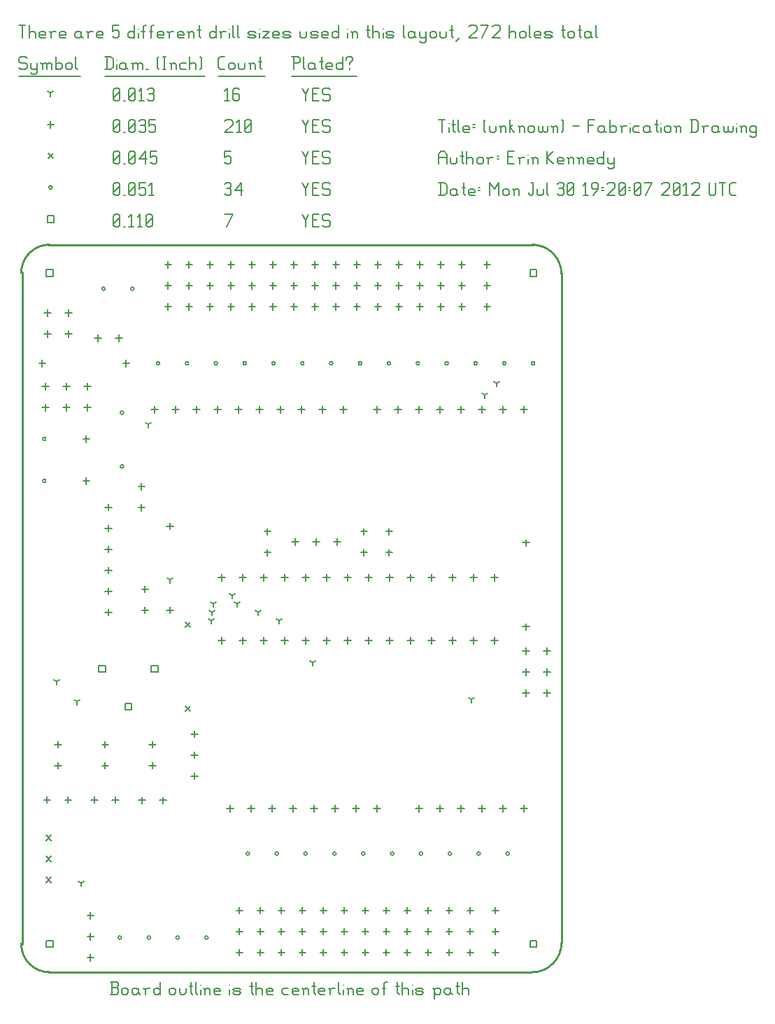
<source format=gbr>
G04 start of page 10 for group -3984 idx -3984 *
G04 Title: (unknown), fab *
G04 Creator: pcb 20110918 *
G04 CreationDate: Mon Jul 30 19:20:07 2012 UTC *
G04 For: frankenteddy *
G04 Format: Gerber/RS-274X *
G04 PCB-Dimensions: 259500 348500 *
G04 PCB-Coordinate-Origin: lower left *
%MOIN*%
%FSLAX25Y25*%
%LNFAB*%
%ADD79C,0.0100*%
%ADD78C,0.0075*%
%ADD77C,0.0060*%
%ADD76C,0.0080*%
G54D76*X62900Y147100D02*X66100D01*
X62900D02*Y143900D01*
X66100D01*
Y147100D02*Y143900D01*
X37900Y147100D02*X41100D01*
X37900D02*Y143900D01*
X41100D01*
Y147100D02*Y143900D01*
X50400Y129100D02*X53600D01*
X50400D02*Y125900D01*
X53600D01*
Y129100D02*Y125900D01*
X12900Y16100D02*X16100D01*
X12900D02*Y12900D01*
X16100D01*
Y16100D02*Y12900D01*
X243400Y16100D02*X246600D01*
X243400D02*Y12900D01*
X246600D01*
Y16100D02*Y12900D01*
X243400Y335600D02*X246600D01*
X243400D02*Y332400D01*
X246600D01*
Y335600D02*Y332400D01*
X12900Y335600D02*X16100D01*
X12900D02*Y332400D01*
X16100D01*
Y335600D02*Y332400D01*
X13400Y361350D02*X16600D01*
X13400D02*Y358150D01*
X16600D01*
Y361350D02*Y358150D01*
G54D77*X135000Y362000D02*X136500Y359000D01*
X138000Y362000D01*
X136500Y359000D02*Y356000D01*
X139800Y359300D02*X142050D01*
X139800Y356000D02*X142800D01*
X139800Y362000D02*Y356000D01*
Y362000D02*X142800D01*
X147600D02*X148350Y361250D01*
X145350Y362000D02*X147600D01*
X144600Y361250D02*X145350Y362000D01*
X144600Y361250D02*Y359750D01*
X145350Y359000D01*
X147600D01*
X148350Y358250D01*
Y356750D01*
X147600Y356000D02*X148350Y356750D01*
X145350Y356000D02*X147600D01*
X144600Y356750D02*X145350Y356000D01*
X98750D02*X101750Y362000D01*
X98000D02*X101750D01*
X45000Y356750D02*X45750Y356000D01*
X45000Y361250D02*Y356750D01*
Y361250D02*X45750Y362000D01*
X47250D01*
X48000Y361250D01*
Y356750D01*
X47250Y356000D02*X48000Y356750D01*
X45750Y356000D02*X47250D01*
X45000Y357500D02*X48000Y360500D01*
X49800Y356000D02*X50550D01*
X52350Y360800D02*X53550Y362000D01*
Y356000D01*
X52350D02*X54600D01*
X56400Y360800D02*X57600Y362000D01*
Y356000D01*
X56400D02*X58650D01*
X60450Y356750D02*X61200Y356000D01*
X60450Y361250D02*Y356750D01*
Y361250D02*X61200Y362000D01*
X62700D01*
X63450Y361250D01*
Y356750D01*
X62700Y356000D02*X63450Y356750D01*
X61200Y356000D02*X62700D01*
X60450Y357500D02*X63450Y360500D01*
X11200Y255000D02*G75*G03X12800Y255000I800J0D01*G01*
G75*G03X11200Y255000I-800J0D01*G01*
Y235000D02*G75*G03X12800Y235000I800J0D01*G01*
G75*G03X11200Y235000I-800J0D01*G01*
X48200Y267500D02*G75*G03X49800Y267500I800J0D01*G01*
G75*G03X48200Y267500I-800J0D01*G01*
Y241900D02*G75*G03X49800Y241900I800J0D01*G01*
G75*G03X48200Y241900I-800J0D01*G01*
X53200Y326500D02*G75*G03X54800Y326500I800J0D01*G01*
G75*G03X53200Y326500I-800J0D01*G01*
X39420D02*G75*G03X41020Y326500I800J0D01*G01*
G75*G03X39420Y326500I-800J0D01*G01*
X79200Y291000D02*G75*G03X80800Y291000I800J0D01*G01*
G75*G03X79200Y291000I-800J0D01*G01*
X65420D02*G75*G03X67020Y291000I800J0D01*G01*
G75*G03X65420Y291000I-800J0D01*G01*
X106700D02*G75*G03X108300Y291000I800J0D01*G01*
G75*G03X106700Y291000I-800J0D01*G01*
X92920D02*G75*G03X94520Y291000I800J0D01*G01*
G75*G03X92920Y291000I-800J0D01*G01*
X134200D02*G75*G03X135800Y291000I800J0D01*G01*
G75*G03X134200Y291000I-800J0D01*G01*
X120420D02*G75*G03X122020Y291000I800J0D01*G01*
G75*G03X120420Y291000I-800J0D01*G01*
X161700D02*G75*G03X163300Y291000I800J0D01*G01*
G75*G03X161700Y291000I-800J0D01*G01*
X147920D02*G75*G03X149520Y291000I800J0D01*G01*
G75*G03X147920Y291000I-800J0D01*G01*
X189200D02*G75*G03X190800Y291000I800J0D01*G01*
G75*G03X189200Y291000I-800J0D01*G01*
X175420D02*G75*G03X177020Y291000I800J0D01*G01*
G75*G03X175420Y291000I-800J0D01*G01*
X190700Y57500D02*G75*G03X192300Y57500I800J0D01*G01*
G75*G03X190700Y57500I-800J0D01*G01*
X204480D02*G75*G03X206080Y57500I800J0D01*G01*
G75*G03X204480Y57500I-800J0D01*G01*
X163200D02*G75*G03X164800Y57500I800J0D01*G01*
G75*G03X163200Y57500I-800J0D01*G01*
X176980D02*G75*G03X178580Y57500I800J0D01*G01*
G75*G03X176980Y57500I-800J0D01*G01*
X135700D02*G75*G03X137300Y57500I800J0D01*G01*
G75*G03X135700Y57500I-800J0D01*G01*
X149480D02*G75*G03X151080Y57500I800J0D01*G01*
G75*G03X149480Y57500I-800J0D01*G01*
X218200D02*G75*G03X219800Y57500I800J0D01*G01*
G75*G03X218200Y57500I-800J0D01*G01*
X231980D02*G75*G03X233580Y57500I800J0D01*G01*
G75*G03X231980Y57500I-800J0D01*G01*
X216680Y291000D02*G75*G03X218280Y291000I800J0D01*G01*
G75*G03X216680Y291000I-800J0D01*G01*
X202900D02*G75*G03X204500Y291000I800J0D01*G01*
G75*G03X202900Y291000I-800J0D01*G01*
X244180D02*G75*G03X245780Y291000I800J0D01*G01*
G75*G03X244180Y291000I-800J0D01*G01*
X230400D02*G75*G03X232000Y291000I800J0D01*G01*
G75*G03X230400Y291000I-800J0D01*G01*
X47200Y17500D02*G75*G03X48800Y17500I800J0D01*G01*
G75*G03X47200Y17500I-800J0D01*G01*
X60980D02*G75*G03X62580Y17500I800J0D01*G01*
G75*G03X60980Y17500I-800J0D01*G01*
X74700D02*G75*G03X76300Y17500I800J0D01*G01*
G75*G03X74700Y17500I-800J0D01*G01*
X88480D02*G75*G03X90080Y17500I800J0D01*G01*
G75*G03X88480Y17500I-800J0D01*G01*
X108200Y57500D02*G75*G03X109800Y57500I800J0D01*G01*
G75*G03X108200Y57500I-800J0D01*G01*
X121980D02*G75*G03X123580Y57500I800J0D01*G01*
G75*G03X121980Y57500I-800J0D01*G01*
X14200Y374750D02*G75*G03X15800Y374750I800J0D01*G01*
G75*G03X14200Y374750I-800J0D01*G01*
X135000Y377000D02*X136500Y374000D01*
X138000Y377000D01*
X136500Y374000D02*Y371000D01*
X139800Y374300D02*X142050D01*
X139800Y371000D02*X142800D01*
X139800Y377000D02*Y371000D01*
Y377000D02*X142800D01*
X147600D02*X148350Y376250D01*
X145350Y377000D02*X147600D01*
X144600Y376250D02*X145350Y377000D01*
X144600Y376250D02*Y374750D01*
X145350Y374000D01*
X147600D01*
X148350Y373250D01*
Y371750D01*
X147600Y371000D02*X148350Y371750D01*
X145350Y371000D02*X147600D01*
X144600Y371750D02*X145350Y371000D01*
X98000Y376250D02*X98750Y377000D01*
X100250D01*
X101000Y376250D01*
X100250Y371000D02*X101000Y371750D01*
X98750Y371000D02*X100250D01*
X98000Y371750D02*X98750Y371000D01*
Y374300D02*X100250D01*
X101000Y376250D02*Y375050D01*
Y373550D02*Y371750D01*
Y373550D02*X100250Y374300D01*
X101000Y375050D02*X100250Y374300D01*
X102800Y373250D02*X105800Y377000D01*
X102800Y373250D02*X106550D01*
X105800Y377000D02*Y371000D01*
X45000Y371750D02*X45750Y371000D01*
X45000Y376250D02*Y371750D01*
Y376250D02*X45750Y377000D01*
X47250D01*
X48000Y376250D01*
Y371750D01*
X47250Y371000D02*X48000Y371750D01*
X45750Y371000D02*X47250D01*
X45000Y372500D02*X48000Y375500D01*
X49800Y371000D02*X50550D01*
X52350Y371750D02*X53100Y371000D01*
X52350Y376250D02*Y371750D01*
Y376250D02*X53100Y377000D01*
X54600D01*
X55350Y376250D01*
Y371750D01*
X54600Y371000D02*X55350Y371750D01*
X53100Y371000D02*X54600D01*
X52350Y372500D02*X55350Y375500D01*
X57150Y377000D02*X60150D01*
X57150D02*Y374000D01*
X57900Y374750D01*
X59400D01*
X60150Y374000D01*
Y371750D01*
X59400Y371000D02*X60150Y371750D01*
X57900Y371000D02*X59400D01*
X57150Y371750D02*X57900Y371000D01*
X61950Y375800D02*X63150Y377000D01*
Y371000D01*
X61950D02*X64200D01*
X79300Y167700D02*X81700Y165300D01*
X79300D02*X81700Y167700D01*
X79300Y127700D02*X81700Y125300D01*
X79300D02*X81700Y127700D01*
X12800Y66200D02*X15200Y63800D01*
X12800D02*X15200Y66200D01*
X12800Y46200D02*X15200Y43800D01*
X12800D02*X15200Y46200D01*
X12800Y56200D02*X15200Y53800D01*
X12800D02*X15200Y56200D01*
X13800Y390950D02*X16200Y388550D01*
X13800D02*X16200Y390950D01*
X135000Y392000D02*X136500Y389000D01*
X138000Y392000D01*
X136500Y389000D02*Y386000D01*
X139800Y389300D02*X142050D01*
X139800Y386000D02*X142800D01*
X139800Y392000D02*Y386000D01*
Y392000D02*X142800D01*
X147600D02*X148350Y391250D01*
X145350Y392000D02*X147600D01*
X144600Y391250D02*X145350Y392000D01*
X144600Y391250D02*Y389750D01*
X145350Y389000D01*
X147600D01*
X148350Y388250D01*
Y386750D01*
X147600Y386000D02*X148350Y386750D01*
X145350Y386000D02*X147600D01*
X144600Y386750D02*X145350Y386000D01*
X98000Y392000D02*X101000D01*
X98000D02*Y389000D01*
X98750Y389750D01*
X100250D01*
X101000Y389000D01*
Y386750D01*
X100250Y386000D02*X101000Y386750D01*
X98750Y386000D02*X100250D01*
X98000Y386750D02*X98750Y386000D01*
X45000Y386750D02*X45750Y386000D01*
X45000Y391250D02*Y386750D01*
Y391250D02*X45750Y392000D01*
X47250D01*
X48000Y391250D01*
Y386750D01*
X47250Y386000D02*X48000Y386750D01*
X45750Y386000D02*X47250D01*
X45000Y387500D02*X48000Y390500D01*
X49800Y386000D02*X50550D01*
X52350Y386750D02*X53100Y386000D01*
X52350Y391250D02*Y386750D01*
Y391250D02*X53100Y392000D01*
X54600D01*
X55350Y391250D01*
Y386750D01*
X54600Y386000D02*X55350Y386750D01*
X53100Y386000D02*X54600D01*
X52350Y387500D02*X55350Y390500D01*
X57150Y388250D02*X60150Y392000D01*
X57150Y388250D02*X60900D01*
X60150Y392000D02*Y386000D01*
X62700Y392000D02*X65700D01*
X62700D02*Y389000D01*
X63450Y389750D01*
X64950D01*
X65700Y389000D01*
Y386750D01*
X64950Y386000D02*X65700Y386750D01*
X63450Y386000D02*X64950D01*
X62700Y386750D02*X63450Y386000D01*
X154500Y270600D02*Y267400D01*
X152900Y269000D02*X156100D01*
X144500Y270600D02*Y267400D01*
X142900Y269000D02*X146100D01*
X134500Y270600D02*Y267400D01*
X132900Y269000D02*X136100D01*
X124500Y270600D02*Y267400D01*
X122900Y269000D02*X126100D01*
X114500Y270600D02*Y267400D01*
X112900Y269000D02*X116100D01*
X104500Y270600D02*Y267400D01*
X102900Y269000D02*X106100D01*
X94500Y270600D02*Y267400D01*
X92900Y269000D02*X96100D01*
X84500Y270600D02*Y267400D01*
X82900Y269000D02*X86100D01*
X74500Y270600D02*Y267400D01*
X72900Y269000D02*X76100D01*
X64500Y270600D02*Y267400D01*
X62900Y269000D02*X66100D01*
X170500Y80600D02*Y77400D01*
X168900Y79000D02*X172100D01*
X160500Y80600D02*Y77400D01*
X158900Y79000D02*X162100D01*
X150500Y80600D02*Y77400D01*
X148900Y79000D02*X152100D01*
X140500Y80600D02*Y77400D01*
X138900Y79000D02*X142100D01*
X130500Y80600D02*Y77400D01*
X128900Y79000D02*X132100D01*
X120500Y80600D02*Y77400D01*
X118900Y79000D02*X122100D01*
X110500Y80600D02*Y77400D01*
X108900Y79000D02*X112100D01*
X100500Y80600D02*Y77400D01*
X98900Y79000D02*X102100D01*
X241500Y155600D02*Y152400D01*
X239900Y154000D02*X243100D01*
X251500Y155600D02*Y152400D01*
X249900Y154000D02*X253100D01*
X241500Y145600D02*Y142400D01*
X239900Y144000D02*X243100D01*
X251500Y145600D02*Y142400D01*
X249900Y144000D02*X253100D01*
X241500Y135600D02*Y132400D01*
X239900Y134000D02*X243100D01*
X251500Y135600D02*Y132400D01*
X249900Y134000D02*X253100D01*
X241514Y167114D02*Y163914D01*
X239914Y165514D02*X243114D01*
X241514Y207114D02*Y203914D01*
X239914Y205514D02*X243114D01*
X240500Y270600D02*Y267400D01*
X238900Y269000D02*X242100D01*
X230500Y270600D02*Y267400D01*
X228900Y269000D02*X232100D01*
X220500Y270600D02*Y267400D01*
X218900Y269000D02*X222100D01*
X210500Y270600D02*Y267400D01*
X208900Y269000D02*X212100D01*
X200500Y270600D02*Y267400D01*
X198900Y269000D02*X202100D01*
X190500Y270600D02*Y267400D01*
X188900Y269000D02*X192100D01*
X180500Y270600D02*Y267400D01*
X178900Y269000D02*X182100D01*
X170500Y270600D02*Y267400D01*
X168900Y269000D02*X172100D01*
X190500Y80600D02*Y77400D01*
X188900Y79000D02*X192100D01*
X200500Y80600D02*Y77400D01*
X198900Y79000D02*X202100D01*
X210500Y80600D02*Y77400D01*
X208900Y79000D02*X212100D01*
X220500Y80600D02*Y77400D01*
X218900Y79000D02*X222100D01*
X230500Y80600D02*Y77400D01*
X228900Y79000D02*X232100D01*
X240500Y80600D02*Y77400D01*
X238900Y79000D02*X242100D01*
X45888Y84712D02*Y81512D01*
X44288Y83112D02*X47488D01*
X35888Y84712D02*Y81512D01*
X34288Y83112D02*X37488D01*
X58612Y84488D02*Y81288D01*
X57012Y82888D02*X60212D01*
X68612Y84488D02*Y81288D01*
X67012Y82888D02*X70212D01*
X63500Y101100D02*Y97900D01*
X61900Y99500D02*X65100D01*
X63500Y111100D02*Y107900D01*
X61900Y109500D02*X65100D01*
X23388Y84712D02*Y81512D01*
X21788Y83112D02*X24988D01*
X13388Y84712D02*Y81512D01*
X11788Y83112D02*X14988D01*
X41000Y101100D02*Y97900D01*
X39400Y99500D02*X42600D01*
X41000Y111100D02*Y107900D01*
X39400Y109500D02*X42600D01*
X18500Y101100D02*Y97900D01*
X16900Y99500D02*X20100D01*
X18500Y111100D02*Y107900D01*
X16900Y109500D02*X20100D01*
X83500Y116100D02*Y112900D01*
X81900Y114500D02*X85100D01*
X83500Y106100D02*Y102900D01*
X81900Y104500D02*X85100D01*
X83500Y96100D02*Y92900D01*
X81900Y94500D02*X85100D01*
X58388Y233988D02*Y230788D01*
X56788Y232388D02*X59988D01*
X58388Y223988D02*Y220788D01*
X56788Y222388D02*X59988D01*
X71986Y215086D02*Y211886D01*
X70386Y213486D02*X73586D01*
X71986Y175086D02*Y171886D01*
X70386Y173486D02*X73586D01*
X60000Y175100D02*Y171900D01*
X58400Y173500D02*X61600D01*
X60000Y185100D02*Y181900D01*
X58400Y183500D02*X61600D01*
X176388Y212488D02*Y209288D01*
X174788Y210888D02*X177988D01*
X176388Y202488D02*Y199288D01*
X174788Y200888D02*X177988D01*
X42500Y174100D02*Y170900D01*
X40900Y172500D02*X44100D01*
X42500Y184100D02*Y180900D01*
X40900Y182500D02*X44100D01*
X42500Y194100D02*Y190900D01*
X40900Y192500D02*X44100D01*
X42500Y204100D02*Y200900D01*
X40900Y202500D02*X44100D01*
X42500Y214100D02*Y210900D01*
X40900Y212500D02*X44100D01*
X42500Y224100D02*Y220900D01*
X40900Y222500D02*X44100D01*
X32000Y236600D02*Y233400D01*
X30400Y235000D02*X33600D01*
X32000Y256600D02*Y253400D01*
X30400Y255000D02*X33600D01*
X22500Y271600D02*Y268400D01*
X20900Y270000D02*X24100D01*
X32500Y271600D02*Y268400D01*
X30900Y270000D02*X34100D01*
X32500Y281600D02*Y278400D01*
X30900Y280000D02*X34100D01*
X22500Y281600D02*Y278400D01*
X20900Y280000D02*X24100D01*
X12500Y281600D02*Y278400D01*
X10900Y280000D02*X14100D01*
X12500Y271600D02*Y268400D01*
X10900Y270000D02*X14100D01*
X71000Y339600D02*Y336400D01*
X69400Y338000D02*X72600D01*
X81000Y339600D02*Y336400D01*
X79400Y338000D02*X82600D01*
X91000Y339600D02*Y336400D01*
X89400Y338000D02*X92600D01*
X101000Y339600D02*Y336400D01*
X99400Y338000D02*X102600D01*
X111000Y339600D02*Y336400D01*
X109400Y338000D02*X112600D01*
X121000Y339600D02*Y336400D01*
X119400Y338000D02*X122600D01*
X131000Y339600D02*Y336400D01*
X129400Y338000D02*X132600D01*
X141000Y339600D02*Y336400D01*
X139400Y338000D02*X142600D01*
X151000Y339600D02*Y336400D01*
X149400Y338000D02*X152600D01*
X161000Y339600D02*Y336400D01*
X159400Y338000D02*X162600D01*
X171000Y339600D02*Y336400D01*
X169400Y338000D02*X172600D01*
X71000Y329600D02*Y326400D01*
X69400Y328000D02*X72600D01*
X81000Y329600D02*Y326400D01*
X79400Y328000D02*X82600D01*
X91000Y329600D02*Y326400D01*
X89400Y328000D02*X92600D01*
X101000Y329600D02*Y326400D01*
X99400Y328000D02*X102600D01*
X111000Y329600D02*Y326400D01*
X109400Y328000D02*X112600D01*
X121000Y329600D02*Y326400D01*
X119400Y328000D02*X122600D01*
X131000Y329600D02*Y326400D01*
X129400Y328000D02*X132600D01*
X141000Y329600D02*Y326400D01*
X139400Y328000D02*X142600D01*
X151000Y329600D02*Y326400D01*
X149400Y328000D02*X152600D01*
X161000Y329600D02*Y326400D01*
X159400Y328000D02*X162600D01*
X171000Y329600D02*Y326400D01*
X169400Y328000D02*X172600D01*
X71000Y319600D02*Y316400D01*
X69400Y318000D02*X72600D01*
X81000Y319600D02*Y316400D01*
X79400Y318000D02*X82600D01*
X91000Y319600D02*Y316400D01*
X89400Y318000D02*X92600D01*
X101000Y319600D02*Y316400D01*
X99400Y318000D02*X102600D01*
X111000Y319600D02*Y316400D01*
X109400Y318000D02*X112600D01*
X121000Y319600D02*Y316400D01*
X119400Y318000D02*X122600D01*
X131000Y319600D02*Y316400D01*
X129400Y318000D02*X132600D01*
X141000Y319600D02*Y316400D01*
X139400Y318000D02*X142600D01*
X151000Y319600D02*Y316400D01*
X149400Y318000D02*X152600D01*
X161000Y319600D02*Y316400D01*
X159400Y318000D02*X162600D01*
X171000Y319600D02*Y316400D01*
X169400Y318000D02*X172600D01*
X211000Y339600D02*Y336400D01*
X209400Y338000D02*X212600D01*
X211000Y329600D02*Y326400D01*
X209400Y328000D02*X212600D01*
X211000Y319600D02*Y316400D01*
X209400Y318000D02*X212600D01*
X181000Y339600D02*Y336400D01*
X179400Y338000D02*X182600D01*
X181000Y329600D02*Y326400D01*
X179400Y328000D02*X182600D01*
X181000Y319600D02*Y316400D01*
X179400Y318000D02*X182600D01*
X191000Y339600D02*Y336400D01*
X189400Y338000D02*X192600D01*
X191000Y329600D02*Y326400D01*
X189400Y328000D02*X192600D01*
X191000Y319600D02*Y316400D01*
X189400Y318000D02*X192600D01*
X201000Y339600D02*Y336400D01*
X199400Y338000D02*X202600D01*
X201000Y329600D02*Y326400D01*
X199400Y328000D02*X202600D01*
X201000Y319600D02*Y316400D01*
X199400Y318000D02*X202600D01*
X223000Y339600D02*Y336400D01*
X221400Y338000D02*X224600D01*
X223000Y329600D02*Y326400D01*
X221400Y328000D02*X224600D01*
X223000Y319600D02*Y316400D01*
X221400Y318000D02*X224600D01*
X227000Y32100D02*Y28900D01*
X225400Y30500D02*X228600D01*
X227000Y22100D02*Y18900D01*
X225400Y20500D02*X228600D01*
X227000Y12100D02*Y8900D01*
X225400Y10500D02*X228600D01*
X23500Y306600D02*Y303400D01*
X21900Y305000D02*X25100D01*
X23500Y316600D02*Y313400D01*
X21900Y315000D02*X25100D01*
X13500Y306600D02*Y303400D01*
X11900Y305000D02*X15100D01*
X13500Y316600D02*Y313400D01*
X11900Y315000D02*X15100D01*
X11000Y292600D02*Y289400D01*
X9400Y291000D02*X12600D01*
X51000Y292600D02*Y289400D01*
X49400Y291000D02*X52600D01*
X47500Y304600D02*Y301400D01*
X45900Y303000D02*X49100D01*
X37500Y304600D02*Y301400D01*
X35900Y303000D02*X39100D01*
X34000Y9600D02*Y6400D01*
X32400Y8000D02*X35600D01*
X34000Y19600D02*Y16400D01*
X32400Y18000D02*X35600D01*
X34000Y29600D02*Y26400D01*
X32400Y28000D02*X35600D01*
X215000Y12100D02*Y8900D01*
X213400Y10500D02*X216600D01*
X205000Y12100D02*Y8900D01*
X203400Y10500D02*X206600D01*
X195000Y12100D02*Y8900D01*
X193400Y10500D02*X196600D01*
X185000Y12100D02*Y8900D01*
X183400Y10500D02*X186600D01*
X175000Y12100D02*Y8900D01*
X173400Y10500D02*X176600D01*
X165000Y12100D02*Y8900D01*
X163400Y10500D02*X166600D01*
X155000Y12100D02*Y8900D01*
X153400Y10500D02*X156600D01*
X145000Y12100D02*Y8900D01*
X143400Y10500D02*X146600D01*
X135000Y12100D02*Y8900D01*
X133400Y10500D02*X136600D01*
X125000Y12100D02*Y8900D01*
X123400Y10500D02*X126600D01*
X115000Y12100D02*Y8900D01*
X113400Y10500D02*X116600D01*
X105000Y12100D02*Y8900D01*
X103400Y10500D02*X106600D01*
X215000Y22100D02*Y18900D01*
X213400Y20500D02*X216600D01*
X205000Y22100D02*Y18900D01*
X203400Y20500D02*X206600D01*
X195000Y22100D02*Y18900D01*
X193400Y20500D02*X196600D01*
X185000Y22100D02*Y18900D01*
X183400Y20500D02*X186600D01*
X175000Y22100D02*Y18900D01*
X173400Y20500D02*X176600D01*
X165000Y22100D02*Y18900D01*
X163400Y20500D02*X166600D01*
X155000Y22100D02*Y18900D01*
X153400Y20500D02*X156600D01*
X145000Y22100D02*Y18900D01*
X143400Y20500D02*X146600D01*
X135000Y22100D02*Y18900D01*
X133400Y20500D02*X136600D01*
X125000Y22100D02*Y18900D01*
X123400Y20500D02*X126600D01*
X115000Y22100D02*Y18900D01*
X113400Y20500D02*X116600D01*
X105000Y22100D02*Y18900D01*
X103400Y20500D02*X106600D01*
X215000Y32100D02*Y28900D01*
X213400Y30500D02*X216600D01*
X205000Y32100D02*Y28900D01*
X203400Y30500D02*X206600D01*
X195000Y32100D02*Y28900D01*
X193400Y30500D02*X196600D01*
X185000Y32100D02*Y28900D01*
X183400Y30500D02*X186600D01*
X175000Y32100D02*Y28900D01*
X173400Y30500D02*X176600D01*
X165000Y32100D02*Y28900D01*
X163400Y30500D02*X166600D01*
X155000Y32100D02*Y28900D01*
X153400Y30500D02*X156600D01*
X145000Y32100D02*Y28900D01*
X143400Y30500D02*X146600D01*
X135000Y32100D02*Y28900D01*
X133400Y30500D02*X136600D01*
X125000Y32100D02*Y28900D01*
X123400Y30500D02*X126600D01*
X115000Y32100D02*Y28900D01*
X113400Y30500D02*X116600D01*
X105000Y32100D02*Y28900D01*
X103400Y30500D02*X106600D01*
X226500Y190600D02*Y187400D01*
X224900Y189000D02*X228100D01*
X216500Y190600D02*Y187400D01*
X214900Y189000D02*X218100D01*
X206500Y190600D02*Y187400D01*
X204900Y189000D02*X208100D01*
X196500Y190600D02*Y187400D01*
X194900Y189000D02*X198100D01*
X186500Y190600D02*Y187400D01*
X184900Y189000D02*X188100D01*
X176500Y190600D02*Y187400D01*
X174900Y189000D02*X178100D01*
X166500Y190600D02*Y187400D01*
X164900Y189000D02*X168100D01*
X156500Y190600D02*Y187400D01*
X154900Y189000D02*X158100D01*
X146500Y190600D02*Y187400D01*
X144900Y189000D02*X148100D01*
X136500Y190600D02*Y187400D01*
X134900Y189000D02*X138100D01*
X126500Y190600D02*Y187400D01*
X124900Y189000D02*X128100D01*
X116500Y190600D02*Y187400D01*
X114900Y189000D02*X118100D01*
X106500Y190600D02*Y187400D01*
X104900Y189000D02*X108100D01*
X96500Y190600D02*Y187400D01*
X94900Y189000D02*X98100D01*
X96500Y160600D02*Y157400D01*
X94900Y159000D02*X98100D01*
X106500Y160600D02*Y157400D01*
X104900Y159000D02*X108100D01*
X116500Y160600D02*Y157400D01*
X114900Y159000D02*X118100D01*
X126500Y160600D02*Y157400D01*
X124900Y159000D02*X128100D01*
X136500Y160600D02*Y157400D01*
X134900Y159000D02*X138100D01*
X146500Y160600D02*Y157400D01*
X144900Y159000D02*X148100D01*
X156500Y160600D02*Y157400D01*
X154900Y159000D02*X158100D01*
X166500Y160600D02*Y157400D01*
X164900Y159000D02*X168100D01*
X176500Y160600D02*Y157400D01*
X174900Y159000D02*X178100D01*
X186500Y160600D02*Y157400D01*
X184900Y159000D02*X188100D01*
X196500Y160600D02*Y157400D01*
X194900Y159000D02*X198100D01*
X206500Y160600D02*Y157400D01*
X204900Y159000D02*X208100D01*
X216500Y160600D02*Y157400D01*
X214900Y159000D02*X218100D01*
X226500Y160600D02*Y157400D01*
X224900Y159000D02*X228100D01*
X164388Y212488D02*Y209288D01*
X162788Y210888D02*X165988D01*
X164388Y202488D02*Y199288D01*
X162788Y200888D02*X165988D01*
X118388Y212488D02*Y209288D01*
X116788Y210888D02*X119988D01*
X118388Y202488D02*Y199288D01*
X116788Y200888D02*X119988D01*
X151500Y207600D02*Y204400D01*
X149900Y206000D02*X153100D01*
X131500Y207600D02*Y204400D01*
X129900Y206000D02*X133100D01*
X141500Y207600D02*Y204400D01*
X139900Y206000D02*X143100D01*
X15000Y406350D02*Y403150D01*
X13400Y404750D02*X16600D01*
X135000Y407000D02*X136500Y404000D01*
X138000Y407000D01*
X136500Y404000D02*Y401000D01*
X139800Y404300D02*X142050D01*
X139800Y401000D02*X142800D01*
X139800Y407000D02*Y401000D01*
Y407000D02*X142800D01*
X147600D02*X148350Y406250D01*
X145350Y407000D02*X147600D01*
X144600Y406250D02*X145350Y407000D01*
X144600Y406250D02*Y404750D01*
X145350Y404000D01*
X147600D01*
X148350Y403250D01*
Y401750D01*
X147600Y401000D02*X148350Y401750D01*
X145350Y401000D02*X147600D01*
X144600Y401750D02*X145350Y401000D01*
X98000Y406250D02*X98750Y407000D01*
X101000D01*
X101750Y406250D01*
Y404750D01*
X98000Y401000D02*X101750Y404750D01*
X98000Y401000D02*X101750D01*
X103550Y405800D02*X104750Y407000D01*
Y401000D01*
X103550D02*X105800D01*
X107600Y401750D02*X108350Y401000D01*
X107600Y406250D02*Y401750D01*
Y406250D02*X108350Y407000D01*
X109850D01*
X110600Y406250D01*
Y401750D01*
X109850Y401000D02*X110600Y401750D01*
X108350Y401000D02*X109850D01*
X107600Y402500D02*X110600Y405500D01*
X45000Y401750D02*X45750Y401000D01*
X45000Y406250D02*Y401750D01*
Y406250D02*X45750Y407000D01*
X47250D01*
X48000Y406250D01*
Y401750D01*
X47250Y401000D02*X48000Y401750D01*
X45750Y401000D02*X47250D01*
X45000Y402500D02*X48000Y405500D01*
X49800Y401000D02*X50550D01*
X52350Y401750D02*X53100Y401000D01*
X52350Y406250D02*Y401750D01*
Y406250D02*X53100Y407000D01*
X54600D01*
X55350Y406250D01*
Y401750D01*
X54600Y401000D02*X55350Y401750D01*
X53100Y401000D02*X54600D01*
X52350Y402500D02*X55350Y405500D01*
X57150Y406250D02*X57900Y407000D01*
X59400D01*
X60150Y406250D01*
X59400Y401000D02*X60150Y401750D01*
X57900Y401000D02*X59400D01*
X57150Y401750D02*X57900Y401000D01*
Y404300D02*X59400D01*
X60150Y406250D02*Y405050D01*
Y403550D02*Y401750D01*
Y403550D02*X59400Y404300D01*
X60150Y405050D02*X59400Y404300D01*
X61950Y407000D02*X64950D01*
X61950D02*Y404000D01*
X62700Y404750D01*
X64200D01*
X64950Y404000D01*
Y401750D01*
X64200Y401000D02*X64950Y401750D01*
X62700Y401000D02*X64200D01*
X61950Y401750D02*X62700Y401000D01*
X227500Y281500D02*Y279900D01*
Y281500D02*X228887Y282300D01*
X227500Y281500D02*X226113Y282300D01*
X72000Y188000D02*Y186400D01*
Y188000D02*X73387Y188800D01*
X72000Y188000D02*X70613Y188800D01*
X101500Y180500D02*Y178900D01*
Y180500D02*X102887Y181300D01*
X101500Y180500D02*X100113Y181300D01*
X92000Y172500D02*Y170900D01*
Y172500D02*X93387Y173300D01*
X92000Y172500D02*X90613Y173300D01*
X91500Y168500D02*Y166900D01*
Y168500D02*X92887Y169300D01*
X91500Y168500D02*X90113Y169300D01*
X114000Y172500D02*Y170900D01*
Y172500D02*X115387Y173300D01*
X114000Y172500D02*X112613Y173300D01*
X124000Y168500D02*Y166900D01*
Y168500D02*X125387Y169300D01*
X124000Y168500D02*X122613Y169300D01*
X140000Y148500D02*Y146900D01*
Y148500D02*X141387Y149300D01*
X140000Y148500D02*X138613Y149300D01*
X29500Y43500D02*Y41900D01*
Y43500D02*X30887Y44300D01*
X29500Y43500D02*X28113Y44300D01*
X18000Y139500D02*Y137900D01*
Y139500D02*X19387Y140300D01*
X18000Y139500D02*X16613Y140300D01*
X27500Y130000D02*Y128400D01*
Y130000D02*X28887Y130800D01*
X27500Y130000D02*X26113Y130800D01*
X104000Y176500D02*Y174900D01*
Y176500D02*X105387Y177300D01*
X104000Y176500D02*X102613Y177300D01*
X92500Y176500D02*Y174900D01*
Y176500D02*X93887Y177300D01*
X92500Y176500D02*X91113Y177300D01*
X215500Y131000D02*Y129400D01*
Y131000D02*X216887Y131800D01*
X215500Y131000D02*X214113Y131800D01*
X61500Y262000D02*Y260400D01*
Y262000D02*X62887Y262800D01*
X61500Y262000D02*X60113Y262800D01*
X222000Y276000D02*Y274400D01*
Y276000D02*X223387Y276800D01*
X222000Y276000D02*X220613Y276800D01*
X15000Y419750D02*Y418150D01*
Y419750D02*X16387Y420550D01*
X15000Y419750D02*X13613Y420550D01*
X135000Y422000D02*X136500Y419000D01*
X138000Y422000D01*
X136500Y419000D02*Y416000D01*
X139800Y419300D02*X142050D01*
X139800Y416000D02*X142800D01*
X139800Y422000D02*Y416000D01*
Y422000D02*X142800D01*
X147600D02*X148350Y421250D01*
X145350Y422000D02*X147600D01*
X144600Y421250D02*X145350Y422000D01*
X144600Y421250D02*Y419750D01*
X145350Y419000D01*
X147600D01*
X148350Y418250D01*
Y416750D01*
X147600Y416000D02*X148350Y416750D01*
X145350Y416000D02*X147600D01*
X144600Y416750D02*X145350Y416000D01*
X98000Y420800D02*X99200Y422000D01*
Y416000D01*
X98000D02*X100250D01*
X104300Y422000D02*X105050Y421250D01*
X102800Y422000D02*X104300D01*
X102050Y421250D02*X102800Y422000D01*
X102050Y421250D02*Y416750D01*
X102800Y416000D01*
X104300Y419300D02*X105050Y418550D01*
X102050Y419300D02*X104300D01*
X102800Y416000D02*X104300D01*
X105050Y416750D01*
Y418550D02*Y416750D01*
X45000D02*X45750Y416000D01*
X45000Y421250D02*Y416750D01*
Y421250D02*X45750Y422000D01*
X47250D01*
X48000Y421250D01*
Y416750D01*
X47250Y416000D02*X48000Y416750D01*
X45750Y416000D02*X47250D01*
X45000Y417500D02*X48000Y420500D01*
X49800Y416000D02*X50550D01*
X52350Y416750D02*X53100Y416000D01*
X52350Y421250D02*Y416750D01*
Y421250D02*X53100Y422000D01*
X54600D01*
X55350Y421250D01*
Y416750D01*
X54600Y416000D02*X55350Y416750D01*
X53100Y416000D02*X54600D01*
X52350Y417500D02*X55350Y420500D01*
X57150Y420800D02*X58350Y422000D01*
Y416000D01*
X57150D02*X59400D01*
X61200Y421250D02*X61950Y422000D01*
X63450D01*
X64200Y421250D01*
X63450Y416000D02*X64200Y416750D01*
X61950Y416000D02*X63450D01*
X61200Y416750D02*X61950Y416000D01*
Y419300D02*X63450D01*
X64200Y421250D02*Y420050D01*
Y418550D02*Y416750D01*
Y418550D02*X63450Y419300D01*
X64200Y420050D02*X63450Y419300D01*
X3000Y437000D02*X3750Y436250D01*
X750Y437000D02*X3000D01*
X0Y436250D02*X750Y437000D01*
X0Y436250D02*Y434750D01*
X750Y434000D01*
X3000D01*
X3750Y433250D01*
Y431750D01*
X3000Y431000D02*X3750Y431750D01*
X750Y431000D02*X3000D01*
X0Y431750D02*X750Y431000D01*
X5550Y434000D02*Y431750D01*
X6300Y431000D01*
X8550Y434000D02*Y429500D01*
X7800Y428750D02*X8550Y429500D01*
X6300Y428750D02*X7800D01*
X5550Y429500D02*X6300Y428750D01*
Y431000D02*X7800D01*
X8550Y431750D01*
X11100Y433250D02*Y431000D01*
Y433250D02*X11850Y434000D01*
X12600D01*
X13350Y433250D01*
Y431000D01*
Y433250D02*X14100Y434000D01*
X14850D01*
X15600Y433250D01*
Y431000D01*
X10350Y434000D02*X11100Y433250D01*
X17400Y437000D02*Y431000D01*
Y431750D02*X18150Y431000D01*
X19650D01*
X20400Y431750D01*
Y433250D02*Y431750D01*
X19650Y434000D02*X20400Y433250D01*
X18150Y434000D02*X19650D01*
X17400Y433250D02*X18150Y434000D01*
X22200Y433250D02*Y431750D01*
Y433250D02*X22950Y434000D01*
X24450D01*
X25200Y433250D01*
Y431750D01*
X24450Y431000D02*X25200Y431750D01*
X22950Y431000D02*X24450D01*
X22200Y431750D02*X22950Y431000D01*
X27000Y437000D02*Y431750D01*
X27750Y431000D01*
X0Y427750D02*X29250D01*
X41750Y437000D02*Y431000D01*
X43700Y437000D02*X44750Y435950D01*
Y432050D01*
X43700Y431000D02*X44750Y432050D01*
X41000Y431000D02*X43700D01*
X41000Y437000D02*X43700D01*
G54D78*X46550Y435500D02*Y435350D01*
G54D77*Y433250D02*Y431000D01*
X50300Y434000D02*X51050Y433250D01*
X48800Y434000D02*X50300D01*
X48050Y433250D02*X48800Y434000D01*
X48050Y433250D02*Y431750D01*
X48800Y431000D01*
X51050Y434000D02*Y431750D01*
X51800Y431000D01*
X48800D02*X50300D01*
X51050Y431750D01*
X54350Y433250D02*Y431000D01*
Y433250D02*X55100Y434000D01*
X55850D01*
X56600Y433250D01*
Y431000D01*
Y433250D02*X57350Y434000D01*
X58100D01*
X58850Y433250D01*
Y431000D01*
X53600Y434000D02*X54350Y433250D01*
X60650Y431000D02*X61400D01*
X65900Y431750D02*X66650Y431000D01*
X65900Y436250D02*X66650Y437000D01*
X65900Y436250D02*Y431750D01*
X68450Y437000D02*X69950D01*
X69200D02*Y431000D01*
X68450D02*X69950D01*
X72500Y433250D02*Y431000D01*
Y433250D02*X73250Y434000D01*
X74000D01*
X74750Y433250D01*
Y431000D01*
X71750Y434000D02*X72500Y433250D01*
X77300Y434000D02*X79550D01*
X76550Y433250D02*X77300Y434000D01*
X76550Y433250D02*Y431750D01*
X77300Y431000D01*
X79550D01*
X81350Y437000D02*Y431000D01*
Y433250D02*X82100Y434000D01*
X83600D01*
X84350Y433250D01*
Y431000D01*
X86150Y437000D02*X86900Y436250D01*
Y431750D01*
X86150Y431000D02*X86900Y431750D01*
X41000Y427750D02*X88700D01*
X96050Y431000D02*X98000D01*
X95000Y432050D02*X96050Y431000D01*
X95000Y435950D02*Y432050D01*
Y435950D02*X96050Y437000D01*
X98000D01*
X99800Y433250D02*Y431750D01*
Y433250D02*X100550Y434000D01*
X102050D01*
X102800Y433250D01*
Y431750D01*
X102050Y431000D02*X102800Y431750D01*
X100550Y431000D02*X102050D01*
X99800Y431750D02*X100550Y431000D01*
X104600Y434000D02*Y431750D01*
X105350Y431000D01*
X106850D01*
X107600Y431750D01*
Y434000D02*Y431750D01*
X110150Y433250D02*Y431000D01*
Y433250D02*X110900Y434000D01*
X111650D01*
X112400Y433250D01*
Y431000D01*
X109400Y434000D02*X110150Y433250D01*
X114950Y437000D02*Y431750D01*
X115700Y431000D01*
X114200Y434750D02*X115700D01*
X95000Y427750D02*X117200D01*
X130750Y437000D02*Y431000D01*
X130000Y437000D02*X133000D01*
X133750Y436250D01*
Y434750D01*
X133000Y434000D02*X133750Y434750D01*
X130750Y434000D02*X133000D01*
X135550Y437000D02*Y431750D01*
X136300Y431000D01*
X140050Y434000D02*X140800Y433250D01*
X138550Y434000D02*X140050D01*
X137800Y433250D02*X138550Y434000D01*
X137800Y433250D02*Y431750D01*
X138550Y431000D01*
X140800Y434000D02*Y431750D01*
X141550Y431000D01*
X138550D02*X140050D01*
X140800Y431750D01*
X144100Y437000D02*Y431750D01*
X144850Y431000D01*
X143350Y434750D02*X144850D01*
X147100Y431000D02*X149350D01*
X146350Y431750D02*X147100Y431000D01*
X146350Y433250D02*Y431750D01*
Y433250D02*X147100Y434000D01*
X148600D01*
X149350Y433250D01*
X146350Y432500D02*X149350D01*
Y433250D02*Y432500D01*
X154150Y437000D02*Y431000D01*
X153400D02*X154150Y431750D01*
X151900Y431000D02*X153400D01*
X151150Y431750D02*X151900Y431000D01*
X151150Y433250D02*Y431750D01*
Y433250D02*X151900Y434000D01*
X153400D01*
X154150Y433250D01*
X157450Y434000D02*Y433250D01*
Y431750D02*Y431000D01*
X155950Y436250D02*Y435500D01*
Y436250D02*X156700Y437000D01*
X158200D01*
X158950Y436250D01*
Y435500D01*
X157450Y434000D02*X158950Y435500D01*
X130000Y427750D02*X160750D01*
X0Y452000D02*X3000D01*
X1500D02*Y446000D01*
X4800Y452000D02*Y446000D01*
Y448250D02*X5550Y449000D01*
X7050D01*
X7800Y448250D01*
Y446000D01*
X10350D02*X12600D01*
X9600Y446750D02*X10350Y446000D01*
X9600Y448250D02*Y446750D01*
Y448250D02*X10350Y449000D01*
X11850D01*
X12600Y448250D01*
X9600Y447500D02*X12600D01*
Y448250D02*Y447500D01*
X15150Y448250D02*Y446000D01*
Y448250D02*X15900Y449000D01*
X17400D01*
X14400D02*X15150Y448250D01*
X19950Y446000D02*X22200D01*
X19200Y446750D02*X19950Y446000D01*
X19200Y448250D02*Y446750D01*
Y448250D02*X19950Y449000D01*
X21450D01*
X22200Y448250D01*
X19200Y447500D02*X22200D01*
Y448250D02*Y447500D01*
X28950Y449000D02*X29700Y448250D01*
X27450Y449000D02*X28950D01*
X26700Y448250D02*X27450Y449000D01*
X26700Y448250D02*Y446750D01*
X27450Y446000D01*
X29700Y449000D02*Y446750D01*
X30450Y446000D01*
X27450D02*X28950D01*
X29700Y446750D01*
X33000Y448250D02*Y446000D01*
Y448250D02*X33750Y449000D01*
X35250D01*
X32250D02*X33000Y448250D01*
X37800Y446000D02*X40050D01*
X37050Y446750D02*X37800Y446000D01*
X37050Y448250D02*Y446750D01*
Y448250D02*X37800Y449000D01*
X39300D01*
X40050Y448250D01*
X37050Y447500D02*X40050D01*
Y448250D02*Y447500D01*
X44550Y452000D02*X47550D01*
X44550D02*Y449000D01*
X45300Y449750D01*
X46800D01*
X47550Y449000D01*
Y446750D01*
X46800Y446000D02*X47550Y446750D01*
X45300Y446000D02*X46800D01*
X44550Y446750D02*X45300Y446000D01*
X55050Y452000D02*Y446000D01*
X54300D02*X55050Y446750D01*
X52800Y446000D02*X54300D01*
X52050Y446750D02*X52800Y446000D01*
X52050Y448250D02*Y446750D01*
Y448250D02*X52800Y449000D01*
X54300D01*
X55050Y448250D01*
G54D78*X56850Y450500D02*Y450350D01*
G54D77*Y448250D02*Y446000D01*
X59100Y451250D02*Y446000D01*
Y451250D02*X59850Y452000D01*
X60600D01*
X58350Y449000D02*X59850D01*
X62850Y451250D02*Y446000D01*
Y451250D02*X63600Y452000D01*
X64350D01*
X62100Y449000D02*X63600D01*
X66600Y446000D02*X68850D01*
X65850Y446750D02*X66600Y446000D01*
X65850Y448250D02*Y446750D01*
Y448250D02*X66600Y449000D01*
X68100D01*
X68850Y448250D01*
X65850Y447500D02*X68850D01*
Y448250D02*Y447500D01*
X71400Y448250D02*Y446000D01*
Y448250D02*X72150Y449000D01*
X73650D01*
X70650D02*X71400Y448250D01*
X76200Y446000D02*X78450D01*
X75450Y446750D02*X76200Y446000D01*
X75450Y448250D02*Y446750D01*
Y448250D02*X76200Y449000D01*
X77700D01*
X78450Y448250D01*
X75450Y447500D02*X78450D01*
Y448250D02*Y447500D01*
X81000Y448250D02*Y446000D01*
Y448250D02*X81750Y449000D01*
X82500D01*
X83250Y448250D01*
Y446000D01*
X80250Y449000D02*X81000Y448250D01*
X85800Y452000D02*Y446750D01*
X86550Y446000D01*
X85050Y449750D02*X86550D01*
X93750Y452000D02*Y446000D01*
X93000D02*X93750Y446750D01*
X91500Y446000D02*X93000D01*
X90750Y446750D02*X91500Y446000D01*
X90750Y448250D02*Y446750D01*
Y448250D02*X91500Y449000D01*
X93000D01*
X93750Y448250D01*
X96300D02*Y446000D01*
Y448250D02*X97050Y449000D01*
X98550D01*
X95550D02*X96300Y448250D01*
G54D78*X100350Y450500D02*Y450350D01*
G54D77*Y448250D02*Y446000D01*
X101850Y452000D02*Y446750D01*
X102600Y446000D01*
X104100Y452000D02*Y446750D01*
X104850Y446000D01*
X109800D02*X112050D01*
X112800Y446750D01*
X112050Y447500D02*X112800Y446750D01*
X109800Y447500D02*X112050D01*
X109050Y448250D02*X109800Y447500D01*
X109050Y448250D02*X109800Y449000D01*
X112050D01*
X112800Y448250D01*
X109050Y446750D02*X109800Y446000D01*
G54D78*X114600Y450500D02*Y450350D01*
G54D77*Y448250D02*Y446000D01*
X116100Y449000D02*X119100D01*
X116100Y446000D02*X119100Y449000D01*
X116100Y446000D02*X119100D01*
X121650D02*X123900D01*
X120900Y446750D02*X121650Y446000D01*
X120900Y448250D02*Y446750D01*
Y448250D02*X121650Y449000D01*
X123150D01*
X123900Y448250D01*
X120900Y447500D02*X123900D01*
Y448250D02*Y447500D01*
X126450Y446000D02*X128700D01*
X129450Y446750D01*
X128700Y447500D02*X129450Y446750D01*
X126450Y447500D02*X128700D01*
X125700Y448250D02*X126450Y447500D01*
X125700Y448250D02*X126450Y449000D01*
X128700D01*
X129450Y448250D01*
X125700Y446750D02*X126450Y446000D01*
X133950Y449000D02*Y446750D01*
X134700Y446000D01*
X136200D01*
X136950Y446750D01*
Y449000D02*Y446750D01*
X139500Y446000D02*X141750D01*
X142500Y446750D01*
X141750Y447500D02*X142500Y446750D01*
X139500Y447500D02*X141750D01*
X138750Y448250D02*X139500Y447500D01*
X138750Y448250D02*X139500Y449000D01*
X141750D01*
X142500Y448250D01*
X138750Y446750D02*X139500Y446000D01*
X145050D02*X147300D01*
X144300Y446750D02*X145050Y446000D01*
X144300Y448250D02*Y446750D01*
Y448250D02*X145050Y449000D01*
X146550D01*
X147300Y448250D01*
X144300Y447500D02*X147300D01*
Y448250D02*Y447500D01*
X152100Y452000D02*Y446000D01*
X151350D02*X152100Y446750D01*
X149850Y446000D02*X151350D01*
X149100Y446750D02*X149850Y446000D01*
X149100Y448250D02*Y446750D01*
Y448250D02*X149850Y449000D01*
X151350D01*
X152100Y448250D01*
G54D78*X156600Y450500D02*Y450350D01*
G54D77*Y448250D02*Y446000D01*
X158850Y448250D02*Y446000D01*
Y448250D02*X159600Y449000D01*
X160350D01*
X161100Y448250D01*
Y446000D01*
X158100Y449000D02*X158850Y448250D01*
X166350Y452000D02*Y446750D01*
X167100Y446000D01*
X165600Y449750D02*X167100D01*
X168600Y452000D02*Y446000D01*
Y448250D02*X169350Y449000D01*
X170850D01*
X171600Y448250D01*
Y446000D01*
G54D78*X173400Y450500D02*Y450350D01*
G54D77*Y448250D02*Y446000D01*
X175650D02*X177900D01*
X178650Y446750D01*
X177900Y447500D02*X178650Y446750D01*
X175650Y447500D02*X177900D01*
X174900Y448250D02*X175650Y447500D01*
X174900Y448250D02*X175650Y449000D01*
X177900D01*
X178650Y448250D01*
X174900Y446750D02*X175650Y446000D01*
X183150Y452000D02*Y446750D01*
X183900Y446000D01*
X187650Y449000D02*X188400Y448250D01*
X186150Y449000D02*X187650D01*
X185400Y448250D02*X186150Y449000D01*
X185400Y448250D02*Y446750D01*
X186150Y446000D01*
X188400Y449000D02*Y446750D01*
X189150Y446000D01*
X186150D02*X187650D01*
X188400Y446750D01*
X190950Y449000D02*Y446750D01*
X191700Y446000D01*
X193950Y449000D02*Y444500D01*
X193200Y443750D02*X193950Y444500D01*
X191700Y443750D02*X193200D01*
X190950Y444500D02*X191700Y443750D01*
Y446000D02*X193200D01*
X193950Y446750D01*
X195750Y448250D02*Y446750D01*
Y448250D02*X196500Y449000D01*
X198000D01*
X198750Y448250D01*
Y446750D01*
X198000Y446000D02*X198750Y446750D01*
X196500Y446000D02*X198000D01*
X195750Y446750D02*X196500Y446000D01*
X200550Y449000D02*Y446750D01*
X201300Y446000D01*
X202800D01*
X203550Y446750D01*
Y449000D02*Y446750D01*
X206100Y452000D02*Y446750D01*
X206850Y446000D01*
X205350Y449750D02*X206850D01*
X208350Y444500D02*X209850Y446000D01*
X214350Y451250D02*X215100Y452000D01*
X217350D01*
X218100Y451250D01*
Y449750D01*
X214350Y446000D02*X218100Y449750D01*
X214350Y446000D02*X218100D01*
X220650D02*X223650Y452000D01*
X219900D02*X223650D01*
X225450Y451250D02*X226200Y452000D01*
X228450D01*
X229200Y451250D01*
Y449750D01*
X225450Y446000D02*X229200Y449750D01*
X225450Y446000D02*X229200D01*
X233700Y452000D02*Y446000D01*
Y448250D02*X234450Y449000D01*
X235950D01*
X236700Y448250D01*
Y446000D01*
X238500Y448250D02*Y446750D01*
Y448250D02*X239250Y449000D01*
X240750D01*
X241500Y448250D01*
Y446750D01*
X240750Y446000D02*X241500Y446750D01*
X239250Y446000D02*X240750D01*
X238500Y446750D02*X239250Y446000D01*
X243300Y452000D02*Y446750D01*
X244050Y446000D01*
X246300D02*X248550D01*
X245550Y446750D02*X246300Y446000D01*
X245550Y448250D02*Y446750D01*
Y448250D02*X246300Y449000D01*
X247800D01*
X248550Y448250D01*
X245550Y447500D02*X248550D01*
Y448250D02*Y447500D01*
X251100Y446000D02*X253350D01*
X254100Y446750D01*
X253350Y447500D02*X254100Y446750D01*
X251100Y447500D02*X253350D01*
X250350Y448250D02*X251100Y447500D01*
X250350Y448250D02*X251100Y449000D01*
X253350D01*
X254100Y448250D01*
X250350Y446750D02*X251100Y446000D01*
X259350Y452000D02*Y446750D01*
X260100Y446000D01*
X258600Y449750D02*X260100D01*
X261600Y448250D02*Y446750D01*
Y448250D02*X262350Y449000D01*
X263850D01*
X264600Y448250D01*
Y446750D01*
X263850Y446000D02*X264600Y446750D01*
X262350Y446000D02*X263850D01*
X261600Y446750D02*X262350Y446000D01*
X267150Y452000D02*Y446750D01*
X267900Y446000D01*
X266400Y449750D02*X267900D01*
X271650Y449000D02*X272400Y448250D01*
X270150Y449000D02*X271650D01*
X269400Y448250D02*X270150Y449000D01*
X269400Y448250D02*Y446750D01*
X270150Y446000D01*
X272400Y449000D02*Y446750D01*
X273150Y446000D01*
X270150D02*X271650D01*
X272400Y446750D01*
X274950Y452000D02*Y446750D01*
X275700Y446000D01*
G54D79*X244500Y1000D02*X14000D01*
X258500Y334000D02*Y15000D01*
X13500Y347500D02*X245500D01*
X1500Y14500D02*Y334500D01*
X1000Y334000D02*G75*G02X14500Y347500I13500J0D01*G01*
X244500D02*G75*G02X258500Y333500I0J-14000D01*G01*
X244500Y1000D02*G75*G03X258500Y15000I0J14000D01*G01*
X14500Y1000D02*G75*G02X1000Y14500I0J13500D01*G01*
G54D77*X43425Y-9500D02*X46425D01*
X47175Y-8750D01*
Y-6950D02*Y-8750D01*
X46425Y-6200D02*X47175Y-6950D01*
X44175Y-6200D02*X46425D01*
X44175Y-3500D02*Y-9500D01*
X43425Y-3500D02*X46425D01*
X47175Y-4250D01*
Y-5450D01*
X46425Y-6200D02*X47175Y-5450D01*
X48975Y-7250D02*Y-8750D01*
Y-7250D02*X49725Y-6500D01*
X51225D01*
X51975Y-7250D01*
Y-8750D01*
X51225Y-9500D02*X51975Y-8750D01*
X49725Y-9500D02*X51225D01*
X48975Y-8750D02*X49725Y-9500D01*
X56025Y-6500D02*X56775Y-7250D01*
X54525Y-6500D02*X56025D01*
X53775Y-7250D02*X54525Y-6500D01*
X53775Y-7250D02*Y-8750D01*
X54525Y-9500D01*
X56775Y-6500D02*Y-8750D01*
X57525Y-9500D01*
X54525D02*X56025D01*
X56775Y-8750D01*
X60075Y-7250D02*Y-9500D01*
Y-7250D02*X60825Y-6500D01*
X62325D01*
X59325D02*X60075Y-7250D01*
X67125Y-3500D02*Y-9500D01*
X66375D02*X67125Y-8750D01*
X64875Y-9500D02*X66375D01*
X64125Y-8750D02*X64875Y-9500D01*
X64125Y-7250D02*Y-8750D01*
Y-7250D02*X64875Y-6500D01*
X66375D01*
X67125Y-7250D01*
X71625D02*Y-8750D01*
Y-7250D02*X72375Y-6500D01*
X73875D01*
X74625Y-7250D01*
Y-8750D01*
X73875Y-9500D02*X74625Y-8750D01*
X72375Y-9500D02*X73875D01*
X71625Y-8750D02*X72375Y-9500D01*
X76425Y-6500D02*Y-8750D01*
X77175Y-9500D01*
X78675D01*
X79425Y-8750D01*
Y-6500D02*Y-8750D01*
X81975Y-3500D02*Y-8750D01*
X82725Y-9500D01*
X81225Y-5750D02*X82725D01*
X84225Y-3500D02*Y-8750D01*
X84975Y-9500D01*
G54D78*X86475Y-5000D02*Y-5150D01*
G54D77*Y-7250D02*Y-9500D01*
X88725Y-7250D02*Y-9500D01*
Y-7250D02*X89475Y-6500D01*
X90225D01*
X90975Y-7250D01*
Y-9500D01*
X87975Y-6500D02*X88725Y-7250D01*
X93525Y-9500D02*X95775D01*
X92775Y-8750D02*X93525Y-9500D01*
X92775Y-7250D02*Y-8750D01*
Y-7250D02*X93525Y-6500D01*
X95025D01*
X95775Y-7250D01*
X92775Y-8000D02*X95775D01*
Y-7250D02*Y-8000D01*
G54D78*X100275Y-5000D02*Y-5150D01*
G54D77*Y-7250D02*Y-9500D01*
X102525D02*X104775D01*
X105525Y-8750D01*
X104775Y-8000D02*X105525Y-8750D01*
X102525Y-8000D02*X104775D01*
X101775Y-7250D02*X102525Y-8000D01*
X101775Y-7250D02*X102525Y-6500D01*
X104775D01*
X105525Y-7250D01*
X101775Y-8750D02*X102525Y-9500D01*
X110775Y-3500D02*Y-8750D01*
X111525Y-9500D01*
X110025Y-5750D02*X111525D01*
X113025Y-3500D02*Y-9500D01*
Y-7250D02*X113775Y-6500D01*
X115275D01*
X116025Y-7250D01*
Y-9500D01*
X118575D02*X120825D01*
X117825Y-8750D02*X118575Y-9500D01*
X117825Y-7250D02*Y-8750D01*
Y-7250D02*X118575Y-6500D01*
X120075D01*
X120825Y-7250D01*
X117825Y-8000D02*X120825D01*
Y-7250D02*Y-8000D01*
X126075Y-6500D02*X128325D01*
X125325Y-7250D02*X126075Y-6500D01*
X125325Y-7250D02*Y-8750D01*
X126075Y-9500D01*
X128325D01*
X130875D02*X133125D01*
X130125Y-8750D02*X130875Y-9500D01*
X130125Y-7250D02*Y-8750D01*
Y-7250D02*X130875Y-6500D01*
X132375D01*
X133125Y-7250D01*
X130125Y-8000D02*X133125D01*
Y-7250D02*Y-8000D01*
X135675Y-7250D02*Y-9500D01*
Y-7250D02*X136425Y-6500D01*
X137175D01*
X137925Y-7250D01*
Y-9500D01*
X134925Y-6500D02*X135675Y-7250D01*
X140475Y-3500D02*Y-8750D01*
X141225Y-9500D01*
X139725Y-5750D02*X141225D01*
X143475Y-9500D02*X145725D01*
X142725Y-8750D02*X143475Y-9500D01*
X142725Y-7250D02*Y-8750D01*
Y-7250D02*X143475Y-6500D01*
X144975D01*
X145725Y-7250D01*
X142725Y-8000D02*X145725D01*
Y-7250D02*Y-8000D01*
X148275Y-7250D02*Y-9500D01*
Y-7250D02*X149025Y-6500D01*
X150525D01*
X147525D02*X148275Y-7250D01*
X152325Y-3500D02*Y-8750D01*
X153075Y-9500D01*
G54D78*X154575Y-5000D02*Y-5150D01*
G54D77*Y-7250D02*Y-9500D01*
X156825Y-7250D02*Y-9500D01*
Y-7250D02*X157575Y-6500D01*
X158325D01*
X159075Y-7250D01*
Y-9500D01*
X156075Y-6500D02*X156825Y-7250D01*
X161625Y-9500D02*X163875D01*
X160875Y-8750D02*X161625Y-9500D01*
X160875Y-7250D02*Y-8750D01*
Y-7250D02*X161625Y-6500D01*
X163125D01*
X163875Y-7250D01*
X160875Y-8000D02*X163875D01*
Y-7250D02*Y-8000D01*
X168375Y-7250D02*Y-8750D01*
Y-7250D02*X169125Y-6500D01*
X170625D01*
X171375Y-7250D01*
Y-8750D01*
X170625Y-9500D02*X171375Y-8750D01*
X169125Y-9500D02*X170625D01*
X168375Y-8750D02*X169125Y-9500D01*
X173925Y-4250D02*Y-9500D01*
Y-4250D02*X174675Y-3500D01*
X175425D01*
X173175Y-6500D02*X174675D01*
X180375Y-3500D02*Y-8750D01*
X181125Y-9500D01*
X179625Y-5750D02*X181125D01*
X182625Y-3500D02*Y-9500D01*
Y-7250D02*X183375Y-6500D01*
X184875D01*
X185625Y-7250D01*
Y-9500D01*
G54D78*X187425Y-5000D02*Y-5150D01*
G54D77*Y-7250D02*Y-9500D01*
X189675D02*X191925D01*
X192675Y-8750D01*
X191925Y-8000D02*X192675Y-8750D01*
X189675Y-8000D02*X191925D01*
X188925Y-7250D02*X189675Y-8000D01*
X188925Y-7250D02*X189675Y-6500D01*
X191925D01*
X192675Y-7250D01*
X188925Y-8750D02*X189675Y-9500D01*
X197925Y-7250D02*Y-11750D01*
X197175Y-6500D02*X197925Y-7250D01*
X198675Y-6500D01*
X200175D01*
X200925Y-7250D01*
Y-8750D01*
X200175Y-9500D02*X200925Y-8750D01*
X198675Y-9500D02*X200175D01*
X197925Y-8750D02*X198675Y-9500D01*
X204975Y-6500D02*X205725Y-7250D01*
X203475Y-6500D02*X204975D01*
X202725Y-7250D02*X203475Y-6500D01*
X202725Y-7250D02*Y-8750D01*
X203475Y-9500D01*
X205725Y-6500D02*Y-8750D01*
X206475Y-9500D01*
X203475D02*X204975D01*
X205725Y-8750D01*
X209025Y-3500D02*Y-8750D01*
X209775Y-9500D01*
X208275Y-5750D02*X209775D01*
X211275Y-3500D02*Y-9500D01*
Y-7250D02*X212025Y-6500D01*
X213525D01*
X214275Y-7250D01*
Y-9500D01*
X200750Y377000D02*Y371000D01*
X202700Y377000D02*X203750Y375950D01*
Y372050D01*
X202700Y371000D02*X203750Y372050D01*
X200000Y371000D02*X202700D01*
X200000Y377000D02*X202700D01*
X207800Y374000D02*X208550Y373250D01*
X206300Y374000D02*X207800D01*
X205550Y373250D02*X206300Y374000D01*
X205550Y373250D02*Y371750D01*
X206300Y371000D01*
X208550Y374000D02*Y371750D01*
X209300Y371000D01*
X206300D02*X207800D01*
X208550Y371750D01*
X211850Y377000D02*Y371750D01*
X212600Y371000D01*
X211100Y374750D02*X212600D01*
X214850Y371000D02*X217100D01*
X214100Y371750D02*X214850Y371000D01*
X214100Y373250D02*Y371750D01*
Y373250D02*X214850Y374000D01*
X216350D01*
X217100Y373250D01*
X214100Y372500D02*X217100D01*
Y373250D02*Y372500D01*
X218900Y374750D02*X219650D01*
X218900Y373250D02*X219650D01*
X224150Y377000D02*Y371000D01*
Y377000D02*X226400Y374000D01*
X228650Y377000D01*
Y371000D01*
X230450Y373250D02*Y371750D01*
Y373250D02*X231200Y374000D01*
X232700D01*
X233450Y373250D01*
Y371750D01*
X232700Y371000D02*X233450Y371750D01*
X231200Y371000D02*X232700D01*
X230450Y371750D02*X231200Y371000D01*
X236000Y373250D02*Y371000D01*
Y373250D02*X236750Y374000D01*
X237500D01*
X238250Y373250D01*
Y371000D01*
X235250Y374000D02*X236000Y373250D01*
X243800Y377000D02*X245000D01*
Y371750D01*
X244250Y371000D02*X245000Y371750D01*
X243500Y371000D02*X244250D01*
X242750Y371750D02*X243500Y371000D01*
X242750Y372500D02*Y371750D01*
X246800Y374000D02*Y371750D01*
X247550Y371000D01*
X249050D01*
X249800Y371750D01*
Y374000D02*Y371750D01*
X251600Y377000D02*Y371750D01*
X252350Y371000D01*
X256550Y376250D02*X257300Y377000D01*
X258800D01*
X259550Y376250D01*
X258800Y371000D02*X259550Y371750D01*
X257300Y371000D02*X258800D01*
X256550Y371750D02*X257300Y371000D01*
Y374300D02*X258800D01*
X259550Y376250D02*Y375050D01*
Y373550D02*Y371750D01*
Y373550D02*X258800Y374300D01*
X259550Y375050D02*X258800Y374300D01*
X261350Y371750D02*X262100Y371000D01*
X261350Y376250D02*Y371750D01*
Y376250D02*X262100Y377000D01*
X263600D01*
X264350Y376250D01*
Y371750D01*
X263600Y371000D02*X264350Y371750D01*
X262100Y371000D02*X263600D01*
X261350Y372500D02*X264350Y375500D01*
X268850Y375800D02*X270050Y377000D01*
Y371000D01*
X268850D02*X271100D01*
X273650D02*X275900Y374000D01*
Y376250D02*Y374000D01*
X275150Y377000D02*X275900Y376250D01*
X273650Y377000D02*X275150D01*
X272900Y376250D02*X273650Y377000D01*
X272900Y376250D02*Y374750D01*
X273650Y374000D01*
X275900D01*
X277700Y374750D02*X278450D01*
X277700Y373250D02*X278450D01*
X280250Y376250D02*X281000Y377000D01*
X283250D01*
X284000Y376250D01*
Y374750D01*
X280250Y371000D02*X284000Y374750D01*
X280250Y371000D02*X284000D01*
X285800Y371750D02*X286550Y371000D01*
X285800Y376250D02*Y371750D01*
Y376250D02*X286550Y377000D01*
X288050D01*
X288800Y376250D01*
Y371750D01*
X288050Y371000D02*X288800Y371750D01*
X286550Y371000D02*X288050D01*
X285800Y372500D02*X288800Y375500D01*
X290600Y374750D02*X291350D01*
X290600Y373250D02*X291350D01*
X293150Y371750D02*X293900Y371000D01*
X293150Y376250D02*Y371750D01*
Y376250D02*X293900Y377000D01*
X295400D01*
X296150Y376250D01*
Y371750D01*
X295400Y371000D02*X296150Y371750D01*
X293900Y371000D02*X295400D01*
X293150Y372500D02*X296150Y375500D01*
X298700Y371000D02*X301700Y377000D01*
X297950D02*X301700D01*
X306200Y376250D02*X306950Y377000D01*
X309200D01*
X309950Y376250D01*
Y374750D01*
X306200Y371000D02*X309950Y374750D01*
X306200Y371000D02*X309950D01*
X311750Y371750D02*X312500Y371000D01*
X311750Y376250D02*Y371750D01*
Y376250D02*X312500Y377000D01*
X314000D01*
X314750Y376250D01*
Y371750D01*
X314000Y371000D02*X314750Y371750D01*
X312500Y371000D02*X314000D01*
X311750Y372500D02*X314750Y375500D01*
X316550Y375800D02*X317750Y377000D01*
Y371000D01*
X316550D02*X318800D01*
X320600Y376250D02*X321350Y377000D01*
X323600D01*
X324350Y376250D01*
Y374750D01*
X320600Y371000D02*X324350Y374750D01*
X320600Y371000D02*X324350D01*
X328850Y377000D02*Y371750D01*
X329600Y371000D01*
X331100D01*
X331850Y371750D01*
Y377000D02*Y371750D01*
X333650Y377000D02*X336650D01*
X335150D02*Y371000D01*
X339500D02*X341450D01*
X338450Y372050D02*X339500Y371000D01*
X338450Y375950D02*Y372050D01*
Y375950D02*X339500Y377000D01*
X341450D01*
X200000Y390500D02*Y386000D01*
Y390500D02*X201050Y392000D01*
X202700D01*
X203750Y390500D01*
Y386000D01*
X200000Y389000D02*X203750D01*
X205550D02*Y386750D01*
X206300Y386000D01*
X207800D01*
X208550Y386750D01*
Y389000D02*Y386750D01*
X211100Y392000D02*Y386750D01*
X211850Y386000D01*
X210350Y389750D02*X211850D01*
X213350Y392000D02*Y386000D01*
Y388250D02*X214100Y389000D01*
X215600D01*
X216350Y388250D01*
Y386000D01*
X218150Y388250D02*Y386750D01*
Y388250D02*X218900Y389000D01*
X220400D01*
X221150Y388250D01*
Y386750D01*
X220400Y386000D02*X221150Y386750D01*
X218900Y386000D02*X220400D01*
X218150Y386750D02*X218900Y386000D01*
X223700Y388250D02*Y386000D01*
Y388250D02*X224450Y389000D01*
X225950D01*
X222950D02*X223700Y388250D01*
X227750Y389750D02*X228500D01*
X227750Y388250D02*X228500D01*
X233000Y389300D02*X235250D01*
X233000Y386000D02*X236000D01*
X233000Y392000D02*Y386000D01*
Y392000D02*X236000D01*
X238550Y388250D02*Y386000D01*
Y388250D02*X239300Y389000D01*
X240800D01*
X237800D02*X238550Y388250D01*
G54D78*X242600Y390500D02*Y390350D01*
G54D77*Y388250D02*Y386000D01*
X244850Y388250D02*Y386000D01*
Y388250D02*X245600Y389000D01*
X246350D01*
X247100Y388250D01*
Y386000D01*
X244100Y389000D02*X244850Y388250D01*
X251600Y392000D02*Y386000D01*
Y389000D02*X254600Y392000D01*
X251600Y389000D02*X254600Y386000D01*
X257150D02*X259400D01*
X256400Y386750D02*X257150Y386000D01*
X256400Y388250D02*Y386750D01*
Y388250D02*X257150Y389000D01*
X258650D01*
X259400Y388250D01*
X256400Y387500D02*X259400D01*
Y388250D02*Y387500D01*
X261950Y388250D02*Y386000D01*
Y388250D02*X262700Y389000D01*
X263450D01*
X264200Y388250D01*
Y386000D01*
X261200Y389000D02*X261950Y388250D01*
X266750D02*Y386000D01*
Y388250D02*X267500Y389000D01*
X268250D01*
X269000Y388250D01*
Y386000D01*
X266000Y389000D02*X266750Y388250D01*
X271550Y386000D02*X273800D01*
X270800Y386750D02*X271550Y386000D01*
X270800Y388250D02*Y386750D01*
Y388250D02*X271550Y389000D01*
X273050D01*
X273800Y388250D01*
X270800Y387500D02*X273800D01*
Y388250D02*Y387500D01*
X278600Y392000D02*Y386000D01*
X277850D02*X278600Y386750D01*
X276350Y386000D02*X277850D01*
X275600Y386750D02*X276350Y386000D01*
X275600Y388250D02*Y386750D01*
Y388250D02*X276350Y389000D01*
X277850D01*
X278600Y388250D01*
X280400Y389000D02*Y386750D01*
X281150Y386000D01*
X283400Y389000D02*Y384500D01*
X282650Y383750D02*X283400Y384500D01*
X281150Y383750D02*X282650D01*
X280400Y384500D02*X281150Y383750D01*
Y386000D02*X282650D01*
X283400Y386750D01*
X200000Y407000D02*X203000D01*
X201500D02*Y401000D01*
G54D78*X204800Y405500D02*Y405350D01*
G54D77*Y403250D02*Y401000D01*
X207050Y407000D02*Y401750D01*
X207800Y401000D01*
X206300Y404750D02*X207800D01*
X209300Y407000D02*Y401750D01*
X210050Y401000D01*
X212300D02*X214550D01*
X211550Y401750D02*X212300Y401000D01*
X211550Y403250D02*Y401750D01*
Y403250D02*X212300Y404000D01*
X213800D01*
X214550Y403250D01*
X211550Y402500D02*X214550D01*
Y403250D02*Y402500D01*
X216350Y404750D02*X217100D01*
X216350Y403250D02*X217100D01*
X221600Y401750D02*X222350Y401000D01*
X221600Y406250D02*X222350Y407000D01*
X221600Y406250D02*Y401750D01*
X224150Y404000D02*Y401750D01*
X224900Y401000D01*
X226400D01*
X227150Y401750D01*
Y404000D02*Y401750D01*
X229700Y403250D02*Y401000D01*
Y403250D02*X230450Y404000D01*
X231200D01*
X231950Y403250D01*
Y401000D01*
X228950Y404000D02*X229700Y403250D01*
X233750Y407000D02*Y401000D01*
Y403250D02*X236000Y401000D01*
X233750Y403250D02*X235250Y404750D01*
X238550Y403250D02*Y401000D01*
Y403250D02*X239300Y404000D01*
X240050D01*
X240800Y403250D01*
Y401000D01*
X237800Y404000D02*X238550Y403250D01*
X242600D02*Y401750D01*
Y403250D02*X243350Y404000D01*
X244850D01*
X245600Y403250D01*
Y401750D01*
X244850Y401000D02*X245600Y401750D01*
X243350Y401000D02*X244850D01*
X242600Y401750D02*X243350Y401000D01*
X247400Y404000D02*Y401750D01*
X248150Y401000D01*
X248900D01*
X249650Y401750D01*
Y404000D02*Y401750D01*
X250400Y401000D01*
X251150D01*
X251900Y401750D01*
Y404000D02*Y401750D01*
X254450Y403250D02*Y401000D01*
Y403250D02*X255200Y404000D01*
X255950D01*
X256700Y403250D01*
Y401000D01*
X253700Y404000D02*X254450Y403250D01*
X258500Y407000D02*X259250Y406250D01*
Y401750D01*
X258500Y401000D02*X259250Y401750D01*
X263750Y404000D02*X266750D01*
X271250Y407000D02*Y401000D01*
Y407000D02*X274250D01*
X271250Y404300D02*X273500D01*
X278300Y404000D02*X279050Y403250D01*
X276800Y404000D02*X278300D01*
X276050Y403250D02*X276800Y404000D01*
X276050Y403250D02*Y401750D01*
X276800Y401000D01*
X279050Y404000D02*Y401750D01*
X279800Y401000D01*
X276800D02*X278300D01*
X279050Y401750D01*
X281600Y407000D02*Y401000D01*
Y401750D02*X282350Y401000D01*
X283850D01*
X284600Y401750D01*
Y403250D02*Y401750D01*
X283850Y404000D02*X284600Y403250D01*
X282350Y404000D02*X283850D01*
X281600Y403250D02*X282350Y404000D01*
X287150Y403250D02*Y401000D01*
Y403250D02*X287900Y404000D01*
X289400D01*
X286400D02*X287150Y403250D01*
G54D78*X291200Y405500D02*Y405350D01*
G54D77*Y403250D02*Y401000D01*
X293450Y404000D02*X295700D01*
X292700Y403250D02*X293450Y404000D01*
X292700Y403250D02*Y401750D01*
X293450Y401000D01*
X295700D01*
X299750Y404000D02*X300500Y403250D01*
X298250Y404000D02*X299750D01*
X297500Y403250D02*X298250Y404000D01*
X297500Y403250D02*Y401750D01*
X298250Y401000D01*
X300500Y404000D02*Y401750D01*
X301250Y401000D01*
X298250D02*X299750D01*
X300500Y401750D01*
X303800Y407000D02*Y401750D01*
X304550Y401000D01*
X303050Y404750D02*X304550D01*
G54D78*X306050Y405500D02*Y405350D01*
G54D77*Y403250D02*Y401000D01*
X307550Y403250D02*Y401750D01*
Y403250D02*X308300Y404000D01*
X309800D01*
X310550Y403250D01*
Y401750D01*
X309800Y401000D02*X310550Y401750D01*
X308300Y401000D02*X309800D01*
X307550Y401750D02*X308300Y401000D01*
X313100Y403250D02*Y401000D01*
Y403250D02*X313850Y404000D01*
X314600D01*
X315350Y403250D01*
Y401000D01*
X312350Y404000D02*X313100Y403250D01*
X320600Y407000D02*Y401000D01*
X322550Y407000D02*X323600Y405950D01*
Y402050D01*
X322550Y401000D02*X323600Y402050D01*
X319850Y401000D02*X322550D01*
X319850Y407000D02*X322550D01*
X326150Y403250D02*Y401000D01*
Y403250D02*X326900Y404000D01*
X328400D01*
X325400D02*X326150Y403250D01*
X332450Y404000D02*X333200Y403250D01*
X330950Y404000D02*X332450D01*
X330200Y403250D02*X330950Y404000D01*
X330200Y403250D02*Y401750D01*
X330950Y401000D01*
X333200Y404000D02*Y401750D01*
X333950Y401000D01*
X330950D02*X332450D01*
X333200Y401750D01*
X335750Y404000D02*Y401750D01*
X336500Y401000D01*
X337250D01*
X338000Y401750D01*
Y404000D02*Y401750D01*
X338750Y401000D01*
X339500D01*
X340250Y401750D01*
Y404000D02*Y401750D01*
G54D78*X342050Y405500D02*Y405350D01*
G54D77*Y403250D02*Y401000D01*
X344300Y403250D02*Y401000D01*
Y403250D02*X345050Y404000D01*
X345800D01*
X346550Y403250D01*
Y401000D01*
X343550Y404000D02*X344300Y403250D01*
X350600Y404000D02*X351350Y403250D01*
X349100Y404000D02*X350600D01*
X348350Y403250D02*X349100Y404000D01*
X348350Y403250D02*Y401750D01*
X349100Y401000D01*
X350600D01*
X351350Y401750D01*
X348350Y399500D02*X349100Y398750D01*
X350600D01*
X351350Y399500D01*
Y404000D02*Y399500D01*
M02*

</source>
